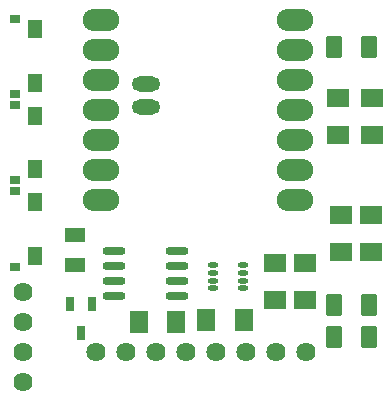
<source format=gts>
G04 Layer: TopSolderMaskLayer*
G04 EasyEDA v6.5.42, 2024-06-11 14:58:49*
G04 7db2e0652eb0440fb163e0b1e141f317,b485016a937d426fb03638db52ce050d,10*
G04 Gerber Generator version 0.2*
G04 Scale: 100 percent, Rotated: No, Reflected: No *
G04 Dimensions in millimeters *
G04 leading zeros omitted , absolute positions ,4 integer and 5 decimal *
%FSLAX45Y45*%
%MOMM*%

%AMMACRO1*1,1,$1,$2,$3*1,1,$1,$4,$5*1,1,$1,0-$2,0-$3*1,1,$1,0-$4,0-$5*20,1,$1,$2,$3,$4,$5,0*20,1,$1,$4,$5,0-$2,0-$3,0*20,1,$1,0-$2,0-$3,0-$4,0-$5,0*20,1,$1,0-$4,0-$5,$2,$3,0*4,1,4,$2,$3,$4,$5,0-$2,0-$3,0-$4,0-$5,$2,$3,0*%
%ADD10R,1.8296X1.5866*%
%ADD11MACRO1,0.1016X-0.864X0.7425X0.864X0.7425*%
%ADD12MACRO1,0.1016X-0.864X-0.7425X0.864X-0.7425*%
%ADD13MACRO1,0.1016X-0.7425X-0.864X-0.7425X0.864*%
%ADD14MACRO1,0.1016X0.7425X-0.864X0.7425X0.864*%
%ADD15O,0.8686037999999999X0.4656074*%
%ADD16R,0.7016X1.1716*%
%ADD17C,1.6256*%
%ADD18MACRO1,0.1016X-0.6038X-0.8505X-0.6038X0.8505*%
%ADD19MACRO1,0.1016X0.6038X-0.8505X0.6038X0.8505*%
%ADD20O,3.101594X1.8516092000000002*%
%ADD21O,2.4015954X1.3015976000000002*%
%ADD22C,1.6240*%
%ADD23O,1.9665949999999999X0.7315962*%
%ADD24R,1.8016X1.1516*%
%ADD25MACRO1,0.1X0.525X0.725X0.525X-0.725*%
%ADD26MACRO1,0.1X0.4X0.3X0.4X-0.3*%

%LPD*%
D10*
G01*
X6845300Y3804157D03*
G01*
X6845300Y3485642D03*
D11*
G01*
X6591300Y3485649D03*
D12*
G01*
X6591300Y3804150D03*
D10*
G01*
X7124700Y5201157D03*
G01*
X7124700Y4882642D03*
G01*
X7416800Y5201157D03*
G01*
X7416800Y4882642D03*
D13*
G01*
X6331450Y3314700D03*
D14*
G01*
X6012949Y3314700D03*
D13*
G01*
X5759950Y3302000D03*
D14*
G01*
X5441449Y3302000D03*
D11*
G01*
X7407783Y3890398D03*
D12*
G01*
X7407783Y4208899D03*
D15*
G01*
X6071743Y3780510D03*
G01*
X6071743Y3715486D03*
G01*
X6071743Y3650487D03*
G01*
X6071743Y3585489D03*
G01*
X6323456Y3585489D03*
G01*
X6323456Y3650487D03*
G01*
X6323456Y3715486D03*
G01*
X6323456Y3780510D03*
D16*
G01*
X5047995Y3450894D03*
G01*
X4858004Y3450894D03*
G01*
X4953000Y3203905D03*
D17*
G01*
X5080000Y3043605D03*
G01*
X5334000Y3043605D03*
G01*
X5588000Y3043605D03*
G01*
X5842000Y3043605D03*
G01*
X6096000Y3043605D03*
G01*
X6350000Y3043605D03*
G01*
X6604000Y3043605D03*
G01*
X6858000Y3043605D03*
D11*
G01*
X7153783Y3890398D03*
D12*
G01*
X7153783Y4208899D03*
D18*
G01*
X7386876Y3441700D03*
D19*
G01*
X7091123Y3441700D03*
D18*
G01*
X7386876Y3175000D03*
D19*
G01*
X7091123Y3175000D03*
D18*
G01*
X7386876Y5626100D03*
D19*
G01*
X7091123Y5626100D03*
D20*
G01*
X5124399Y5854293D03*
G01*
X5124399Y5600293D03*
G01*
X5124399Y5346293D03*
G01*
X5124399Y5092293D03*
G01*
X5124399Y4838293D03*
G01*
X5124399Y4584293D03*
G01*
X5124399Y4330293D03*
G01*
X6762800Y5855106D03*
G01*
X6762800Y5601106D03*
G01*
X6762800Y5347106D03*
G01*
X6762800Y5093106D03*
G01*
X6762800Y4839106D03*
G01*
X6762800Y4585106D03*
G01*
X6762800Y4331106D03*
D21*
G01*
X5498795Y5313502D03*
G01*
X5498795Y5124704D03*
D22*
G01*
X4457700Y3556000D03*
G01*
X4457700Y3302000D03*
G01*
X4457700Y3048000D03*
G01*
X4457700Y2794000D03*
D23*
G01*
X5230850Y3898900D03*
G01*
X5230850Y3771900D03*
G01*
X5230850Y3644900D03*
G01*
X5230850Y3517900D03*
G01*
X5767349Y3898900D03*
G01*
X5767349Y3771900D03*
G01*
X5767349Y3644900D03*
G01*
X5767349Y3517900D03*
D24*
G01*
X4902200Y3784092D03*
G01*
X4902200Y4039107D03*
D25*
G01*
X4562995Y3861899D03*
G01*
X4562995Y4316895D03*
D26*
G01*
X4390499Y3769400D03*
G01*
X4390499Y4409394D03*
D25*
G01*
X4562995Y4592149D03*
G01*
X4562995Y5047145D03*
D26*
G01*
X4390499Y4499650D03*
G01*
X4390499Y5139644D03*
D25*
G01*
X4562995Y5322399D03*
G01*
X4562995Y5777395D03*
D26*
G01*
X4390499Y5229900D03*
G01*
X4390499Y5869894D03*
M02*

</source>
